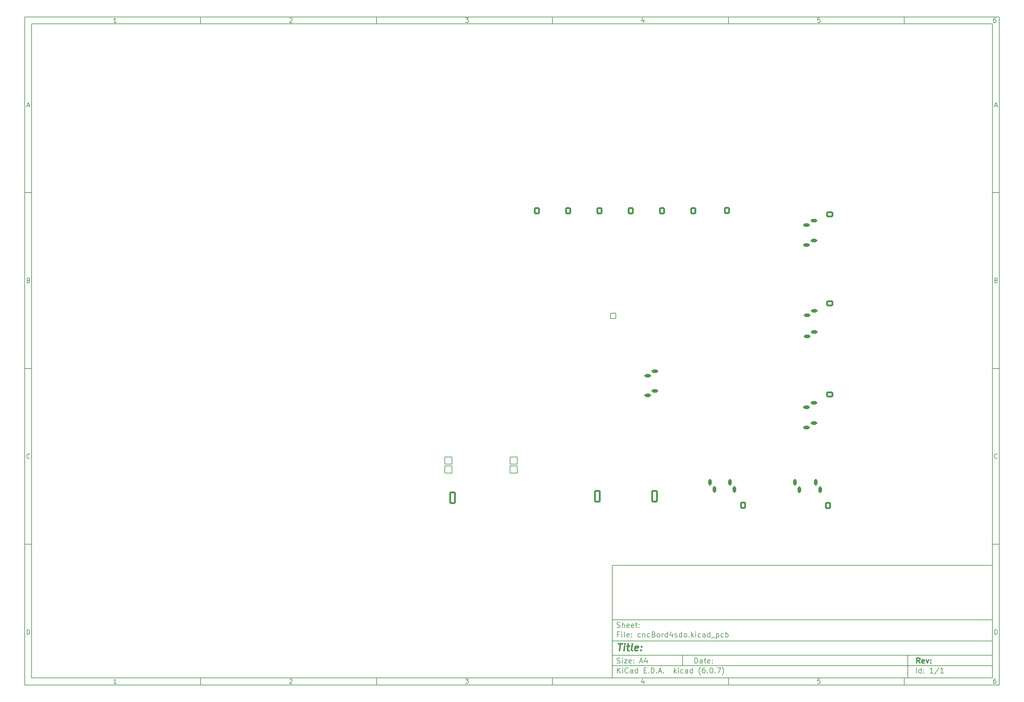
<source format=gbo>
G04 #@! TF.GenerationSoftware,KiCad,Pcbnew,(6.0.7)*
G04 #@! TF.CreationDate,2022-11-13T23:24:52+01:00*
G04 #@! TF.ProjectId,cncBord4sdo,636e6342-6f72-4643-9473-646f2e6b6963,rev?*
G04 #@! TF.SameCoordinates,Original*
G04 #@! TF.FileFunction,Legend,Bot*
G04 #@! TF.FilePolarity,Positive*
%FSLAX46Y46*%
G04 Gerber Fmt 4.6, Leading zero omitted, Abs format (unit mm)*
G04 Created by KiCad (PCBNEW (6.0.7)) date 2022-11-13 23:24:52*
%MOMM*%
%LPD*%
G01*
G04 APERTURE LIST*
G04 Aperture macros list*
%AMRoundRect*
0 Rectangle with rounded corners*
0 $1 Rounding radius*
0 $2 $3 $4 $5 $6 $7 $8 $9 X,Y pos of 4 corners*
0 Add a 4 corners polygon primitive as box body*
4,1,4,$2,$3,$4,$5,$6,$7,$8,$9,$2,$3,0*
0 Add four circle primitives for the rounded corners*
1,1,$1+$1,$2,$3*
1,1,$1+$1,$4,$5*
1,1,$1+$1,$6,$7*
1,1,$1+$1,$8,$9*
0 Add four rect primitives between the rounded corners*
20,1,$1+$1,$2,$3,$4,$5,0*
20,1,$1+$1,$4,$5,$6,$7,0*
20,1,$1+$1,$6,$7,$8,$9,0*
20,1,$1+$1,$8,$9,$2,$3,0*%
G04 Aperture macros list end*
%ADD10C,0.100000*%
%ADD11C,0.150000*%
%ADD12C,0.300000*%
%ADD13C,0.400000*%
%ADD14RoundRect,0.101600X-1.000000X-1.000000X1.000000X-1.000000X1.000000X1.000000X-1.000000X1.000000X0*%
%ADD15C,2.203200*%
%ADD16R,1.600000X1.600000*%
%ADD17C,1.600000*%
%ADD18R,1.800000X1.800000*%
%ADD19O,1.800000X1.800000*%
%ADD20RoundRect,0.250000X0.600000X0.725000X-0.600000X0.725000X-0.600000X-0.725000X0.600000X-0.725000X0*%
%ADD21O,1.700000X1.950000*%
%ADD22RoundRect,0.250000X-0.725000X0.600000X-0.725000X-0.600000X0.725000X-0.600000X0.725000X0.600000X0*%
%ADD23O,1.950000X1.700000*%
%ADD24R,1.700000X1.700000*%
%ADD25O,1.700000X1.700000*%
%ADD26RoundRect,0.250000X-0.650000X-1.550000X0.650000X-1.550000X0.650000X1.550000X-0.650000X1.550000X0*%
%ADD27O,1.800000X3.600000*%
%ADD28C,2.303200*%
%ADD29RoundRect,0.250000X0.650000X1.550000X-0.650000X1.550000X-0.650000X-1.550000X0.650000X-1.550000X0*%
%ADD30RoundRect,0.101600X-0.780000X0.780000X-0.780000X-0.780000X0.780000X-0.780000X0.780000X0.780000X0*%
%ADD31C,1.763200*%
%ADD32R,1.800000X1.100000*%
%ADD33RoundRect,0.275000X0.625000X-0.275000X0.625000X0.275000X-0.625000X0.275000X-0.625000X-0.275000X0*%
%ADD34O,1.600000X1.600000*%
%ADD35R,1.100000X1.800000*%
%ADD36RoundRect,0.275000X-0.275000X-0.625000X0.275000X-0.625000X0.275000X0.625000X-0.275000X0.625000X0*%
%ADD37R,1.170000X1.170000*%
%ADD38C,1.170000*%
%ADD39RoundRect,0.250000X-0.600000X-0.750000X0.600000X-0.750000X0.600000X0.750000X-0.600000X0.750000X0*%
%ADD40O,1.700000X2.000000*%
%ADD41RoundRect,0.250000X-0.600000X-0.725000X0.600000X-0.725000X0.600000X0.725000X-0.600000X0.725000X0*%
G04 APERTURE END LIST*
D10*
D11*
X177002200Y-166007200D02*
X177002200Y-198007200D01*
X285002200Y-198007200D01*
X285002200Y-166007200D01*
X177002200Y-166007200D01*
D10*
D11*
X10000000Y-10000000D02*
X10000000Y-200007200D01*
X287002200Y-200007200D01*
X287002200Y-10000000D01*
X10000000Y-10000000D01*
D10*
D11*
X12000000Y-12000000D02*
X12000000Y-198007200D01*
X285002200Y-198007200D01*
X285002200Y-12000000D01*
X12000000Y-12000000D01*
D10*
D11*
X60000000Y-12000000D02*
X60000000Y-10000000D01*
D10*
D11*
X110000000Y-12000000D02*
X110000000Y-10000000D01*
D10*
D11*
X160000000Y-12000000D02*
X160000000Y-10000000D01*
D10*
D11*
X210000000Y-12000000D02*
X210000000Y-10000000D01*
D10*
D11*
X260000000Y-12000000D02*
X260000000Y-10000000D01*
D10*
D11*
X36065476Y-11588095D02*
X35322619Y-11588095D01*
X35694047Y-11588095D02*
X35694047Y-10288095D01*
X35570238Y-10473809D01*
X35446428Y-10597619D01*
X35322619Y-10659523D01*
D10*
D11*
X85322619Y-10411904D02*
X85384523Y-10350000D01*
X85508333Y-10288095D01*
X85817857Y-10288095D01*
X85941666Y-10350000D01*
X86003571Y-10411904D01*
X86065476Y-10535714D01*
X86065476Y-10659523D01*
X86003571Y-10845238D01*
X85260714Y-11588095D01*
X86065476Y-11588095D01*
D10*
D11*
X135260714Y-10288095D02*
X136065476Y-10288095D01*
X135632142Y-10783333D01*
X135817857Y-10783333D01*
X135941666Y-10845238D01*
X136003571Y-10907142D01*
X136065476Y-11030952D01*
X136065476Y-11340476D01*
X136003571Y-11464285D01*
X135941666Y-11526190D01*
X135817857Y-11588095D01*
X135446428Y-11588095D01*
X135322619Y-11526190D01*
X135260714Y-11464285D01*
D10*
D11*
X185941666Y-10721428D02*
X185941666Y-11588095D01*
X185632142Y-10226190D02*
X185322619Y-11154761D01*
X186127380Y-11154761D01*
D10*
D11*
X236003571Y-10288095D02*
X235384523Y-10288095D01*
X235322619Y-10907142D01*
X235384523Y-10845238D01*
X235508333Y-10783333D01*
X235817857Y-10783333D01*
X235941666Y-10845238D01*
X236003571Y-10907142D01*
X236065476Y-11030952D01*
X236065476Y-11340476D01*
X236003571Y-11464285D01*
X235941666Y-11526190D01*
X235817857Y-11588095D01*
X235508333Y-11588095D01*
X235384523Y-11526190D01*
X235322619Y-11464285D01*
D10*
D11*
X285941666Y-10288095D02*
X285694047Y-10288095D01*
X285570238Y-10350000D01*
X285508333Y-10411904D01*
X285384523Y-10597619D01*
X285322619Y-10845238D01*
X285322619Y-11340476D01*
X285384523Y-11464285D01*
X285446428Y-11526190D01*
X285570238Y-11588095D01*
X285817857Y-11588095D01*
X285941666Y-11526190D01*
X286003571Y-11464285D01*
X286065476Y-11340476D01*
X286065476Y-11030952D01*
X286003571Y-10907142D01*
X285941666Y-10845238D01*
X285817857Y-10783333D01*
X285570238Y-10783333D01*
X285446428Y-10845238D01*
X285384523Y-10907142D01*
X285322619Y-11030952D01*
D10*
D11*
X60000000Y-198007200D02*
X60000000Y-200007200D01*
D10*
D11*
X110000000Y-198007200D02*
X110000000Y-200007200D01*
D10*
D11*
X160000000Y-198007200D02*
X160000000Y-200007200D01*
D10*
D11*
X210000000Y-198007200D02*
X210000000Y-200007200D01*
D10*
D11*
X260000000Y-198007200D02*
X260000000Y-200007200D01*
D10*
D11*
X36065476Y-199595295D02*
X35322619Y-199595295D01*
X35694047Y-199595295D02*
X35694047Y-198295295D01*
X35570238Y-198481009D01*
X35446428Y-198604819D01*
X35322619Y-198666723D01*
D10*
D11*
X85322619Y-198419104D02*
X85384523Y-198357200D01*
X85508333Y-198295295D01*
X85817857Y-198295295D01*
X85941666Y-198357200D01*
X86003571Y-198419104D01*
X86065476Y-198542914D01*
X86065476Y-198666723D01*
X86003571Y-198852438D01*
X85260714Y-199595295D01*
X86065476Y-199595295D01*
D10*
D11*
X135260714Y-198295295D02*
X136065476Y-198295295D01*
X135632142Y-198790533D01*
X135817857Y-198790533D01*
X135941666Y-198852438D01*
X136003571Y-198914342D01*
X136065476Y-199038152D01*
X136065476Y-199347676D01*
X136003571Y-199471485D01*
X135941666Y-199533390D01*
X135817857Y-199595295D01*
X135446428Y-199595295D01*
X135322619Y-199533390D01*
X135260714Y-199471485D01*
D10*
D11*
X185941666Y-198728628D02*
X185941666Y-199595295D01*
X185632142Y-198233390D02*
X185322619Y-199161961D01*
X186127380Y-199161961D01*
D10*
D11*
X236003571Y-198295295D02*
X235384523Y-198295295D01*
X235322619Y-198914342D01*
X235384523Y-198852438D01*
X235508333Y-198790533D01*
X235817857Y-198790533D01*
X235941666Y-198852438D01*
X236003571Y-198914342D01*
X236065476Y-199038152D01*
X236065476Y-199347676D01*
X236003571Y-199471485D01*
X235941666Y-199533390D01*
X235817857Y-199595295D01*
X235508333Y-199595295D01*
X235384523Y-199533390D01*
X235322619Y-199471485D01*
D10*
D11*
X285941666Y-198295295D02*
X285694047Y-198295295D01*
X285570238Y-198357200D01*
X285508333Y-198419104D01*
X285384523Y-198604819D01*
X285322619Y-198852438D01*
X285322619Y-199347676D01*
X285384523Y-199471485D01*
X285446428Y-199533390D01*
X285570238Y-199595295D01*
X285817857Y-199595295D01*
X285941666Y-199533390D01*
X286003571Y-199471485D01*
X286065476Y-199347676D01*
X286065476Y-199038152D01*
X286003571Y-198914342D01*
X285941666Y-198852438D01*
X285817857Y-198790533D01*
X285570238Y-198790533D01*
X285446428Y-198852438D01*
X285384523Y-198914342D01*
X285322619Y-199038152D01*
D10*
D11*
X10000000Y-60000000D02*
X12000000Y-60000000D01*
D10*
D11*
X10000000Y-110000000D02*
X12000000Y-110000000D01*
D10*
D11*
X10000000Y-160000000D02*
X12000000Y-160000000D01*
D10*
D11*
X10690476Y-35216666D02*
X11309523Y-35216666D01*
X10566666Y-35588095D02*
X11000000Y-34288095D01*
X11433333Y-35588095D01*
D10*
D11*
X11092857Y-84907142D02*
X11278571Y-84969047D01*
X11340476Y-85030952D01*
X11402380Y-85154761D01*
X11402380Y-85340476D01*
X11340476Y-85464285D01*
X11278571Y-85526190D01*
X11154761Y-85588095D01*
X10659523Y-85588095D01*
X10659523Y-84288095D01*
X11092857Y-84288095D01*
X11216666Y-84350000D01*
X11278571Y-84411904D01*
X11340476Y-84535714D01*
X11340476Y-84659523D01*
X11278571Y-84783333D01*
X11216666Y-84845238D01*
X11092857Y-84907142D01*
X10659523Y-84907142D01*
D10*
D11*
X11402380Y-135464285D02*
X11340476Y-135526190D01*
X11154761Y-135588095D01*
X11030952Y-135588095D01*
X10845238Y-135526190D01*
X10721428Y-135402380D01*
X10659523Y-135278571D01*
X10597619Y-135030952D01*
X10597619Y-134845238D01*
X10659523Y-134597619D01*
X10721428Y-134473809D01*
X10845238Y-134350000D01*
X11030952Y-134288095D01*
X11154761Y-134288095D01*
X11340476Y-134350000D01*
X11402380Y-134411904D01*
D10*
D11*
X10659523Y-185588095D02*
X10659523Y-184288095D01*
X10969047Y-184288095D01*
X11154761Y-184350000D01*
X11278571Y-184473809D01*
X11340476Y-184597619D01*
X11402380Y-184845238D01*
X11402380Y-185030952D01*
X11340476Y-185278571D01*
X11278571Y-185402380D01*
X11154761Y-185526190D01*
X10969047Y-185588095D01*
X10659523Y-185588095D01*
D10*
D11*
X287002200Y-60000000D02*
X285002200Y-60000000D01*
D10*
D11*
X287002200Y-110000000D02*
X285002200Y-110000000D01*
D10*
D11*
X287002200Y-160000000D02*
X285002200Y-160000000D01*
D10*
D11*
X285692676Y-35216666D02*
X286311723Y-35216666D01*
X285568866Y-35588095D02*
X286002200Y-34288095D01*
X286435533Y-35588095D01*
D10*
D11*
X286095057Y-84907142D02*
X286280771Y-84969047D01*
X286342676Y-85030952D01*
X286404580Y-85154761D01*
X286404580Y-85340476D01*
X286342676Y-85464285D01*
X286280771Y-85526190D01*
X286156961Y-85588095D01*
X285661723Y-85588095D01*
X285661723Y-84288095D01*
X286095057Y-84288095D01*
X286218866Y-84350000D01*
X286280771Y-84411904D01*
X286342676Y-84535714D01*
X286342676Y-84659523D01*
X286280771Y-84783333D01*
X286218866Y-84845238D01*
X286095057Y-84907142D01*
X285661723Y-84907142D01*
D10*
D11*
X286404580Y-135464285D02*
X286342676Y-135526190D01*
X286156961Y-135588095D01*
X286033152Y-135588095D01*
X285847438Y-135526190D01*
X285723628Y-135402380D01*
X285661723Y-135278571D01*
X285599819Y-135030952D01*
X285599819Y-134845238D01*
X285661723Y-134597619D01*
X285723628Y-134473809D01*
X285847438Y-134350000D01*
X286033152Y-134288095D01*
X286156961Y-134288095D01*
X286342676Y-134350000D01*
X286404580Y-134411904D01*
D10*
D11*
X285661723Y-185588095D02*
X285661723Y-184288095D01*
X285971247Y-184288095D01*
X286156961Y-184350000D01*
X286280771Y-184473809D01*
X286342676Y-184597619D01*
X286404580Y-184845238D01*
X286404580Y-185030952D01*
X286342676Y-185278571D01*
X286280771Y-185402380D01*
X286156961Y-185526190D01*
X285971247Y-185588095D01*
X285661723Y-185588095D01*
D10*
D11*
X200434342Y-193785771D02*
X200434342Y-192285771D01*
X200791485Y-192285771D01*
X201005771Y-192357200D01*
X201148628Y-192500057D01*
X201220057Y-192642914D01*
X201291485Y-192928628D01*
X201291485Y-193142914D01*
X201220057Y-193428628D01*
X201148628Y-193571485D01*
X201005771Y-193714342D01*
X200791485Y-193785771D01*
X200434342Y-193785771D01*
X202577200Y-193785771D02*
X202577200Y-193000057D01*
X202505771Y-192857200D01*
X202362914Y-192785771D01*
X202077200Y-192785771D01*
X201934342Y-192857200D01*
X202577200Y-193714342D02*
X202434342Y-193785771D01*
X202077200Y-193785771D01*
X201934342Y-193714342D01*
X201862914Y-193571485D01*
X201862914Y-193428628D01*
X201934342Y-193285771D01*
X202077200Y-193214342D01*
X202434342Y-193214342D01*
X202577200Y-193142914D01*
X203077200Y-192785771D02*
X203648628Y-192785771D01*
X203291485Y-192285771D02*
X203291485Y-193571485D01*
X203362914Y-193714342D01*
X203505771Y-193785771D01*
X203648628Y-193785771D01*
X204720057Y-193714342D02*
X204577200Y-193785771D01*
X204291485Y-193785771D01*
X204148628Y-193714342D01*
X204077200Y-193571485D01*
X204077200Y-193000057D01*
X204148628Y-192857200D01*
X204291485Y-192785771D01*
X204577200Y-192785771D01*
X204720057Y-192857200D01*
X204791485Y-193000057D01*
X204791485Y-193142914D01*
X204077200Y-193285771D01*
X205434342Y-193642914D02*
X205505771Y-193714342D01*
X205434342Y-193785771D01*
X205362914Y-193714342D01*
X205434342Y-193642914D01*
X205434342Y-193785771D01*
X205434342Y-192857200D02*
X205505771Y-192928628D01*
X205434342Y-193000057D01*
X205362914Y-192928628D01*
X205434342Y-192857200D01*
X205434342Y-193000057D01*
D10*
D11*
X177002200Y-194507200D02*
X285002200Y-194507200D01*
D10*
D11*
X178434342Y-196585771D02*
X178434342Y-195085771D01*
X179291485Y-196585771D02*
X178648628Y-195728628D01*
X179291485Y-195085771D02*
X178434342Y-195942914D01*
X179934342Y-196585771D02*
X179934342Y-195585771D01*
X179934342Y-195085771D02*
X179862914Y-195157200D01*
X179934342Y-195228628D01*
X180005771Y-195157200D01*
X179934342Y-195085771D01*
X179934342Y-195228628D01*
X181505771Y-196442914D02*
X181434342Y-196514342D01*
X181220057Y-196585771D01*
X181077200Y-196585771D01*
X180862914Y-196514342D01*
X180720057Y-196371485D01*
X180648628Y-196228628D01*
X180577200Y-195942914D01*
X180577200Y-195728628D01*
X180648628Y-195442914D01*
X180720057Y-195300057D01*
X180862914Y-195157200D01*
X181077200Y-195085771D01*
X181220057Y-195085771D01*
X181434342Y-195157200D01*
X181505771Y-195228628D01*
X182791485Y-196585771D02*
X182791485Y-195800057D01*
X182720057Y-195657200D01*
X182577200Y-195585771D01*
X182291485Y-195585771D01*
X182148628Y-195657200D01*
X182791485Y-196514342D02*
X182648628Y-196585771D01*
X182291485Y-196585771D01*
X182148628Y-196514342D01*
X182077200Y-196371485D01*
X182077200Y-196228628D01*
X182148628Y-196085771D01*
X182291485Y-196014342D01*
X182648628Y-196014342D01*
X182791485Y-195942914D01*
X184148628Y-196585771D02*
X184148628Y-195085771D01*
X184148628Y-196514342D02*
X184005771Y-196585771D01*
X183720057Y-196585771D01*
X183577200Y-196514342D01*
X183505771Y-196442914D01*
X183434342Y-196300057D01*
X183434342Y-195871485D01*
X183505771Y-195728628D01*
X183577200Y-195657200D01*
X183720057Y-195585771D01*
X184005771Y-195585771D01*
X184148628Y-195657200D01*
X186005771Y-195800057D02*
X186505771Y-195800057D01*
X186720057Y-196585771D02*
X186005771Y-196585771D01*
X186005771Y-195085771D01*
X186720057Y-195085771D01*
X187362914Y-196442914D02*
X187434342Y-196514342D01*
X187362914Y-196585771D01*
X187291485Y-196514342D01*
X187362914Y-196442914D01*
X187362914Y-196585771D01*
X188077200Y-196585771D02*
X188077200Y-195085771D01*
X188434342Y-195085771D01*
X188648628Y-195157200D01*
X188791485Y-195300057D01*
X188862914Y-195442914D01*
X188934342Y-195728628D01*
X188934342Y-195942914D01*
X188862914Y-196228628D01*
X188791485Y-196371485D01*
X188648628Y-196514342D01*
X188434342Y-196585771D01*
X188077200Y-196585771D01*
X189577200Y-196442914D02*
X189648628Y-196514342D01*
X189577200Y-196585771D01*
X189505771Y-196514342D01*
X189577200Y-196442914D01*
X189577200Y-196585771D01*
X190220057Y-196157200D02*
X190934342Y-196157200D01*
X190077200Y-196585771D02*
X190577200Y-195085771D01*
X191077200Y-196585771D01*
X191577200Y-196442914D02*
X191648628Y-196514342D01*
X191577200Y-196585771D01*
X191505771Y-196514342D01*
X191577200Y-196442914D01*
X191577200Y-196585771D01*
X194577200Y-196585771D02*
X194577200Y-195085771D01*
X194720057Y-196014342D02*
X195148628Y-196585771D01*
X195148628Y-195585771D02*
X194577200Y-196157200D01*
X195791485Y-196585771D02*
X195791485Y-195585771D01*
X195791485Y-195085771D02*
X195720057Y-195157200D01*
X195791485Y-195228628D01*
X195862914Y-195157200D01*
X195791485Y-195085771D01*
X195791485Y-195228628D01*
X197148628Y-196514342D02*
X197005771Y-196585771D01*
X196720057Y-196585771D01*
X196577200Y-196514342D01*
X196505771Y-196442914D01*
X196434342Y-196300057D01*
X196434342Y-195871485D01*
X196505771Y-195728628D01*
X196577200Y-195657200D01*
X196720057Y-195585771D01*
X197005771Y-195585771D01*
X197148628Y-195657200D01*
X198434342Y-196585771D02*
X198434342Y-195800057D01*
X198362914Y-195657200D01*
X198220057Y-195585771D01*
X197934342Y-195585771D01*
X197791485Y-195657200D01*
X198434342Y-196514342D02*
X198291485Y-196585771D01*
X197934342Y-196585771D01*
X197791485Y-196514342D01*
X197720057Y-196371485D01*
X197720057Y-196228628D01*
X197791485Y-196085771D01*
X197934342Y-196014342D01*
X198291485Y-196014342D01*
X198434342Y-195942914D01*
X199791485Y-196585771D02*
X199791485Y-195085771D01*
X199791485Y-196514342D02*
X199648628Y-196585771D01*
X199362914Y-196585771D01*
X199220057Y-196514342D01*
X199148628Y-196442914D01*
X199077200Y-196300057D01*
X199077200Y-195871485D01*
X199148628Y-195728628D01*
X199220057Y-195657200D01*
X199362914Y-195585771D01*
X199648628Y-195585771D01*
X199791485Y-195657200D01*
X202077200Y-197157200D02*
X202005771Y-197085771D01*
X201862914Y-196871485D01*
X201791485Y-196728628D01*
X201720057Y-196514342D01*
X201648628Y-196157200D01*
X201648628Y-195871485D01*
X201720057Y-195514342D01*
X201791485Y-195300057D01*
X201862914Y-195157200D01*
X202005771Y-194942914D01*
X202077200Y-194871485D01*
X203291485Y-195085771D02*
X203005771Y-195085771D01*
X202862914Y-195157200D01*
X202791485Y-195228628D01*
X202648628Y-195442914D01*
X202577200Y-195728628D01*
X202577200Y-196300057D01*
X202648628Y-196442914D01*
X202720057Y-196514342D01*
X202862914Y-196585771D01*
X203148628Y-196585771D01*
X203291485Y-196514342D01*
X203362914Y-196442914D01*
X203434342Y-196300057D01*
X203434342Y-195942914D01*
X203362914Y-195800057D01*
X203291485Y-195728628D01*
X203148628Y-195657200D01*
X202862914Y-195657200D01*
X202720057Y-195728628D01*
X202648628Y-195800057D01*
X202577200Y-195942914D01*
X204077200Y-196442914D02*
X204148628Y-196514342D01*
X204077200Y-196585771D01*
X204005771Y-196514342D01*
X204077200Y-196442914D01*
X204077200Y-196585771D01*
X205077200Y-195085771D02*
X205220057Y-195085771D01*
X205362914Y-195157200D01*
X205434342Y-195228628D01*
X205505771Y-195371485D01*
X205577200Y-195657200D01*
X205577200Y-196014342D01*
X205505771Y-196300057D01*
X205434342Y-196442914D01*
X205362914Y-196514342D01*
X205220057Y-196585771D01*
X205077200Y-196585771D01*
X204934342Y-196514342D01*
X204862914Y-196442914D01*
X204791485Y-196300057D01*
X204720057Y-196014342D01*
X204720057Y-195657200D01*
X204791485Y-195371485D01*
X204862914Y-195228628D01*
X204934342Y-195157200D01*
X205077200Y-195085771D01*
X206220057Y-196442914D02*
X206291485Y-196514342D01*
X206220057Y-196585771D01*
X206148628Y-196514342D01*
X206220057Y-196442914D01*
X206220057Y-196585771D01*
X206791485Y-195085771D02*
X207791485Y-195085771D01*
X207148628Y-196585771D01*
X208220057Y-197157200D02*
X208291485Y-197085771D01*
X208434342Y-196871485D01*
X208505771Y-196728628D01*
X208577200Y-196514342D01*
X208648628Y-196157200D01*
X208648628Y-195871485D01*
X208577200Y-195514342D01*
X208505771Y-195300057D01*
X208434342Y-195157200D01*
X208291485Y-194942914D01*
X208220057Y-194871485D01*
D10*
D11*
X177002200Y-191507200D02*
X285002200Y-191507200D01*
D10*
D12*
X264411485Y-193785771D02*
X263911485Y-193071485D01*
X263554342Y-193785771D02*
X263554342Y-192285771D01*
X264125771Y-192285771D01*
X264268628Y-192357200D01*
X264340057Y-192428628D01*
X264411485Y-192571485D01*
X264411485Y-192785771D01*
X264340057Y-192928628D01*
X264268628Y-193000057D01*
X264125771Y-193071485D01*
X263554342Y-193071485D01*
X265625771Y-193714342D02*
X265482914Y-193785771D01*
X265197200Y-193785771D01*
X265054342Y-193714342D01*
X264982914Y-193571485D01*
X264982914Y-193000057D01*
X265054342Y-192857200D01*
X265197200Y-192785771D01*
X265482914Y-192785771D01*
X265625771Y-192857200D01*
X265697200Y-193000057D01*
X265697200Y-193142914D01*
X264982914Y-193285771D01*
X266197200Y-192785771D02*
X266554342Y-193785771D01*
X266911485Y-192785771D01*
X267482914Y-193642914D02*
X267554342Y-193714342D01*
X267482914Y-193785771D01*
X267411485Y-193714342D01*
X267482914Y-193642914D01*
X267482914Y-193785771D01*
X267482914Y-192857200D02*
X267554342Y-192928628D01*
X267482914Y-193000057D01*
X267411485Y-192928628D01*
X267482914Y-192857200D01*
X267482914Y-193000057D01*
D10*
D11*
X178362914Y-193714342D02*
X178577200Y-193785771D01*
X178934342Y-193785771D01*
X179077200Y-193714342D01*
X179148628Y-193642914D01*
X179220057Y-193500057D01*
X179220057Y-193357200D01*
X179148628Y-193214342D01*
X179077200Y-193142914D01*
X178934342Y-193071485D01*
X178648628Y-193000057D01*
X178505771Y-192928628D01*
X178434342Y-192857200D01*
X178362914Y-192714342D01*
X178362914Y-192571485D01*
X178434342Y-192428628D01*
X178505771Y-192357200D01*
X178648628Y-192285771D01*
X179005771Y-192285771D01*
X179220057Y-192357200D01*
X179862914Y-193785771D02*
X179862914Y-192785771D01*
X179862914Y-192285771D02*
X179791485Y-192357200D01*
X179862914Y-192428628D01*
X179934342Y-192357200D01*
X179862914Y-192285771D01*
X179862914Y-192428628D01*
X180434342Y-192785771D02*
X181220057Y-192785771D01*
X180434342Y-193785771D01*
X181220057Y-193785771D01*
X182362914Y-193714342D02*
X182220057Y-193785771D01*
X181934342Y-193785771D01*
X181791485Y-193714342D01*
X181720057Y-193571485D01*
X181720057Y-193000057D01*
X181791485Y-192857200D01*
X181934342Y-192785771D01*
X182220057Y-192785771D01*
X182362914Y-192857200D01*
X182434342Y-193000057D01*
X182434342Y-193142914D01*
X181720057Y-193285771D01*
X183077200Y-193642914D02*
X183148628Y-193714342D01*
X183077200Y-193785771D01*
X183005771Y-193714342D01*
X183077200Y-193642914D01*
X183077200Y-193785771D01*
X183077200Y-192857200D02*
X183148628Y-192928628D01*
X183077200Y-193000057D01*
X183005771Y-192928628D01*
X183077200Y-192857200D01*
X183077200Y-193000057D01*
X184862914Y-193357200D02*
X185577200Y-193357200D01*
X184720057Y-193785771D02*
X185220057Y-192285771D01*
X185720057Y-193785771D01*
X186862914Y-192785771D02*
X186862914Y-193785771D01*
X186505771Y-192214342D02*
X186148628Y-193285771D01*
X187077200Y-193285771D01*
D10*
D11*
X263434342Y-196585771D02*
X263434342Y-195085771D01*
X264791485Y-196585771D02*
X264791485Y-195085771D01*
X264791485Y-196514342D02*
X264648628Y-196585771D01*
X264362914Y-196585771D01*
X264220057Y-196514342D01*
X264148628Y-196442914D01*
X264077200Y-196300057D01*
X264077200Y-195871485D01*
X264148628Y-195728628D01*
X264220057Y-195657200D01*
X264362914Y-195585771D01*
X264648628Y-195585771D01*
X264791485Y-195657200D01*
X265505771Y-196442914D02*
X265577200Y-196514342D01*
X265505771Y-196585771D01*
X265434342Y-196514342D01*
X265505771Y-196442914D01*
X265505771Y-196585771D01*
X265505771Y-195657200D02*
X265577200Y-195728628D01*
X265505771Y-195800057D01*
X265434342Y-195728628D01*
X265505771Y-195657200D01*
X265505771Y-195800057D01*
X268148628Y-196585771D02*
X267291485Y-196585771D01*
X267720057Y-196585771D02*
X267720057Y-195085771D01*
X267577200Y-195300057D01*
X267434342Y-195442914D01*
X267291485Y-195514342D01*
X269862914Y-195014342D02*
X268577200Y-196942914D01*
X271148628Y-196585771D02*
X270291485Y-196585771D01*
X270720057Y-196585771D02*
X270720057Y-195085771D01*
X270577200Y-195300057D01*
X270434342Y-195442914D01*
X270291485Y-195514342D01*
D10*
D11*
X177002200Y-187507200D02*
X285002200Y-187507200D01*
D10*
D13*
X178714580Y-188211961D02*
X179857438Y-188211961D01*
X179036009Y-190211961D02*
X179286009Y-188211961D01*
X180274104Y-190211961D02*
X180440771Y-188878628D01*
X180524104Y-188211961D02*
X180416961Y-188307200D01*
X180500295Y-188402438D01*
X180607438Y-188307200D01*
X180524104Y-188211961D01*
X180500295Y-188402438D01*
X181107438Y-188878628D02*
X181869342Y-188878628D01*
X181476485Y-188211961D02*
X181262200Y-189926247D01*
X181333628Y-190116723D01*
X181512200Y-190211961D01*
X181702676Y-190211961D01*
X182655057Y-190211961D02*
X182476485Y-190116723D01*
X182405057Y-189926247D01*
X182619342Y-188211961D01*
X184190771Y-190116723D02*
X183988390Y-190211961D01*
X183607438Y-190211961D01*
X183428866Y-190116723D01*
X183357438Y-189926247D01*
X183452676Y-189164342D01*
X183571723Y-188973866D01*
X183774104Y-188878628D01*
X184155057Y-188878628D01*
X184333628Y-188973866D01*
X184405057Y-189164342D01*
X184381247Y-189354819D01*
X183405057Y-189545295D01*
X185155057Y-190021485D02*
X185238390Y-190116723D01*
X185131247Y-190211961D01*
X185047914Y-190116723D01*
X185155057Y-190021485D01*
X185131247Y-190211961D01*
X185286009Y-188973866D02*
X185369342Y-189069104D01*
X185262200Y-189164342D01*
X185178866Y-189069104D01*
X185286009Y-188973866D01*
X185262200Y-189164342D01*
D10*
D11*
X178934342Y-185600057D02*
X178434342Y-185600057D01*
X178434342Y-186385771D02*
X178434342Y-184885771D01*
X179148628Y-184885771D01*
X179720057Y-186385771D02*
X179720057Y-185385771D01*
X179720057Y-184885771D02*
X179648628Y-184957200D01*
X179720057Y-185028628D01*
X179791485Y-184957200D01*
X179720057Y-184885771D01*
X179720057Y-185028628D01*
X180648628Y-186385771D02*
X180505771Y-186314342D01*
X180434342Y-186171485D01*
X180434342Y-184885771D01*
X181791485Y-186314342D02*
X181648628Y-186385771D01*
X181362914Y-186385771D01*
X181220057Y-186314342D01*
X181148628Y-186171485D01*
X181148628Y-185600057D01*
X181220057Y-185457200D01*
X181362914Y-185385771D01*
X181648628Y-185385771D01*
X181791485Y-185457200D01*
X181862914Y-185600057D01*
X181862914Y-185742914D01*
X181148628Y-185885771D01*
X182505771Y-186242914D02*
X182577200Y-186314342D01*
X182505771Y-186385771D01*
X182434342Y-186314342D01*
X182505771Y-186242914D01*
X182505771Y-186385771D01*
X182505771Y-185457200D02*
X182577200Y-185528628D01*
X182505771Y-185600057D01*
X182434342Y-185528628D01*
X182505771Y-185457200D01*
X182505771Y-185600057D01*
X185005771Y-186314342D02*
X184862914Y-186385771D01*
X184577200Y-186385771D01*
X184434342Y-186314342D01*
X184362914Y-186242914D01*
X184291485Y-186100057D01*
X184291485Y-185671485D01*
X184362914Y-185528628D01*
X184434342Y-185457200D01*
X184577200Y-185385771D01*
X184862914Y-185385771D01*
X185005771Y-185457200D01*
X185648628Y-185385771D02*
X185648628Y-186385771D01*
X185648628Y-185528628D02*
X185720057Y-185457200D01*
X185862914Y-185385771D01*
X186077200Y-185385771D01*
X186220057Y-185457200D01*
X186291485Y-185600057D01*
X186291485Y-186385771D01*
X187648628Y-186314342D02*
X187505771Y-186385771D01*
X187220057Y-186385771D01*
X187077200Y-186314342D01*
X187005771Y-186242914D01*
X186934342Y-186100057D01*
X186934342Y-185671485D01*
X187005771Y-185528628D01*
X187077200Y-185457200D01*
X187220057Y-185385771D01*
X187505771Y-185385771D01*
X187648628Y-185457200D01*
X188791485Y-185600057D02*
X189005771Y-185671485D01*
X189077200Y-185742914D01*
X189148628Y-185885771D01*
X189148628Y-186100057D01*
X189077200Y-186242914D01*
X189005771Y-186314342D01*
X188862914Y-186385771D01*
X188291485Y-186385771D01*
X188291485Y-184885771D01*
X188791485Y-184885771D01*
X188934342Y-184957200D01*
X189005771Y-185028628D01*
X189077200Y-185171485D01*
X189077200Y-185314342D01*
X189005771Y-185457200D01*
X188934342Y-185528628D01*
X188791485Y-185600057D01*
X188291485Y-185600057D01*
X190005771Y-186385771D02*
X189862914Y-186314342D01*
X189791485Y-186242914D01*
X189720057Y-186100057D01*
X189720057Y-185671485D01*
X189791485Y-185528628D01*
X189862914Y-185457200D01*
X190005771Y-185385771D01*
X190220057Y-185385771D01*
X190362914Y-185457200D01*
X190434342Y-185528628D01*
X190505771Y-185671485D01*
X190505771Y-186100057D01*
X190434342Y-186242914D01*
X190362914Y-186314342D01*
X190220057Y-186385771D01*
X190005771Y-186385771D01*
X191148628Y-186385771D02*
X191148628Y-185385771D01*
X191148628Y-185671485D02*
X191220057Y-185528628D01*
X191291485Y-185457200D01*
X191434342Y-185385771D01*
X191577200Y-185385771D01*
X192720057Y-186385771D02*
X192720057Y-184885771D01*
X192720057Y-186314342D02*
X192577200Y-186385771D01*
X192291485Y-186385771D01*
X192148628Y-186314342D01*
X192077200Y-186242914D01*
X192005771Y-186100057D01*
X192005771Y-185671485D01*
X192077200Y-185528628D01*
X192148628Y-185457200D01*
X192291485Y-185385771D01*
X192577200Y-185385771D01*
X192720057Y-185457200D01*
X194077200Y-185385771D02*
X194077200Y-186385771D01*
X193720057Y-184814342D02*
X193362914Y-185885771D01*
X194291485Y-185885771D01*
X194791485Y-186314342D02*
X194934342Y-186385771D01*
X195220057Y-186385771D01*
X195362914Y-186314342D01*
X195434342Y-186171485D01*
X195434342Y-186100057D01*
X195362914Y-185957200D01*
X195220057Y-185885771D01*
X195005771Y-185885771D01*
X194862914Y-185814342D01*
X194791485Y-185671485D01*
X194791485Y-185600057D01*
X194862914Y-185457200D01*
X195005771Y-185385771D01*
X195220057Y-185385771D01*
X195362914Y-185457200D01*
X196720057Y-186385771D02*
X196720057Y-184885771D01*
X196720057Y-186314342D02*
X196577200Y-186385771D01*
X196291485Y-186385771D01*
X196148628Y-186314342D01*
X196077200Y-186242914D01*
X196005771Y-186100057D01*
X196005771Y-185671485D01*
X196077200Y-185528628D01*
X196148628Y-185457200D01*
X196291485Y-185385771D01*
X196577200Y-185385771D01*
X196720057Y-185457200D01*
X197648628Y-186385771D02*
X197505771Y-186314342D01*
X197434342Y-186242914D01*
X197362914Y-186100057D01*
X197362914Y-185671485D01*
X197434342Y-185528628D01*
X197505771Y-185457200D01*
X197648628Y-185385771D01*
X197862914Y-185385771D01*
X198005771Y-185457200D01*
X198077200Y-185528628D01*
X198148628Y-185671485D01*
X198148628Y-186100057D01*
X198077200Y-186242914D01*
X198005771Y-186314342D01*
X197862914Y-186385771D01*
X197648628Y-186385771D01*
X198791485Y-186242914D02*
X198862914Y-186314342D01*
X198791485Y-186385771D01*
X198720057Y-186314342D01*
X198791485Y-186242914D01*
X198791485Y-186385771D01*
X199505771Y-186385771D02*
X199505771Y-184885771D01*
X199648628Y-185814342D02*
X200077200Y-186385771D01*
X200077200Y-185385771D02*
X199505771Y-185957200D01*
X200720057Y-186385771D02*
X200720057Y-185385771D01*
X200720057Y-184885771D02*
X200648628Y-184957200D01*
X200720057Y-185028628D01*
X200791485Y-184957200D01*
X200720057Y-184885771D01*
X200720057Y-185028628D01*
X202077200Y-186314342D02*
X201934342Y-186385771D01*
X201648628Y-186385771D01*
X201505771Y-186314342D01*
X201434342Y-186242914D01*
X201362914Y-186100057D01*
X201362914Y-185671485D01*
X201434342Y-185528628D01*
X201505771Y-185457200D01*
X201648628Y-185385771D01*
X201934342Y-185385771D01*
X202077200Y-185457200D01*
X203362914Y-186385771D02*
X203362914Y-185600057D01*
X203291485Y-185457200D01*
X203148628Y-185385771D01*
X202862914Y-185385771D01*
X202720057Y-185457200D01*
X203362914Y-186314342D02*
X203220057Y-186385771D01*
X202862914Y-186385771D01*
X202720057Y-186314342D01*
X202648628Y-186171485D01*
X202648628Y-186028628D01*
X202720057Y-185885771D01*
X202862914Y-185814342D01*
X203220057Y-185814342D01*
X203362914Y-185742914D01*
X204720057Y-186385771D02*
X204720057Y-184885771D01*
X204720057Y-186314342D02*
X204577200Y-186385771D01*
X204291485Y-186385771D01*
X204148628Y-186314342D01*
X204077200Y-186242914D01*
X204005771Y-186100057D01*
X204005771Y-185671485D01*
X204077200Y-185528628D01*
X204148628Y-185457200D01*
X204291485Y-185385771D01*
X204577200Y-185385771D01*
X204720057Y-185457200D01*
X205077200Y-186528628D02*
X206220057Y-186528628D01*
X206577200Y-185385771D02*
X206577200Y-186885771D01*
X206577200Y-185457200D02*
X206720057Y-185385771D01*
X207005771Y-185385771D01*
X207148628Y-185457200D01*
X207220057Y-185528628D01*
X207291485Y-185671485D01*
X207291485Y-186100057D01*
X207220057Y-186242914D01*
X207148628Y-186314342D01*
X207005771Y-186385771D01*
X206720057Y-186385771D01*
X206577200Y-186314342D01*
X208577200Y-186314342D02*
X208434342Y-186385771D01*
X208148628Y-186385771D01*
X208005771Y-186314342D01*
X207934342Y-186242914D01*
X207862914Y-186100057D01*
X207862914Y-185671485D01*
X207934342Y-185528628D01*
X208005771Y-185457200D01*
X208148628Y-185385771D01*
X208434342Y-185385771D01*
X208577200Y-185457200D01*
X209220057Y-186385771D02*
X209220057Y-184885771D01*
X209220057Y-185457200D02*
X209362914Y-185385771D01*
X209648628Y-185385771D01*
X209791485Y-185457200D01*
X209862914Y-185528628D01*
X209934342Y-185671485D01*
X209934342Y-186100057D01*
X209862914Y-186242914D01*
X209791485Y-186314342D01*
X209648628Y-186385771D01*
X209362914Y-186385771D01*
X209220057Y-186314342D01*
D10*
D11*
X177002200Y-181507200D02*
X285002200Y-181507200D01*
D10*
D11*
X178362914Y-183614342D02*
X178577200Y-183685771D01*
X178934342Y-183685771D01*
X179077200Y-183614342D01*
X179148628Y-183542914D01*
X179220057Y-183400057D01*
X179220057Y-183257200D01*
X179148628Y-183114342D01*
X179077200Y-183042914D01*
X178934342Y-182971485D01*
X178648628Y-182900057D01*
X178505771Y-182828628D01*
X178434342Y-182757200D01*
X178362914Y-182614342D01*
X178362914Y-182471485D01*
X178434342Y-182328628D01*
X178505771Y-182257200D01*
X178648628Y-182185771D01*
X179005771Y-182185771D01*
X179220057Y-182257200D01*
X179862914Y-183685771D02*
X179862914Y-182185771D01*
X180505771Y-183685771D02*
X180505771Y-182900057D01*
X180434342Y-182757200D01*
X180291485Y-182685771D01*
X180077200Y-182685771D01*
X179934342Y-182757200D01*
X179862914Y-182828628D01*
X181791485Y-183614342D02*
X181648628Y-183685771D01*
X181362914Y-183685771D01*
X181220057Y-183614342D01*
X181148628Y-183471485D01*
X181148628Y-182900057D01*
X181220057Y-182757200D01*
X181362914Y-182685771D01*
X181648628Y-182685771D01*
X181791485Y-182757200D01*
X181862914Y-182900057D01*
X181862914Y-183042914D01*
X181148628Y-183185771D01*
X183077200Y-183614342D02*
X182934342Y-183685771D01*
X182648628Y-183685771D01*
X182505771Y-183614342D01*
X182434342Y-183471485D01*
X182434342Y-182900057D01*
X182505771Y-182757200D01*
X182648628Y-182685771D01*
X182934342Y-182685771D01*
X183077200Y-182757200D01*
X183148628Y-182900057D01*
X183148628Y-183042914D01*
X182434342Y-183185771D01*
X183577200Y-182685771D02*
X184148628Y-182685771D01*
X183791485Y-182185771D02*
X183791485Y-183471485D01*
X183862914Y-183614342D01*
X184005771Y-183685771D01*
X184148628Y-183685771D01*
X184648628Y-183542914D02*
X184720057Y-183614342D01*
X184648628Y-183685771D01*
X184577200Y-183614342D01*
X184648628Y-183542914D01*
X184648628Y-183685771D01*
X184648628Y-182757200D02*
X184720057Y-182828628D01*
X184648628Y-182900057D01*
X184577200Y-182828628D01*
X184648628Y-182757200D01*
X184648628Y-182900057D01*
D10*
D12*
D10*
D11*
D10*
D11*
D10*
D11*
D10*
D11*
D10*
D11*
X197002200Y-191507200D02*
X197002200Y-194507200D01*
D10*
D11*
X261002200Y-191507200D02*
X261002200Y-198007200D01*
%LPC*%
D14*
X130429000Y-136144000D03*
X130429000Y-138684000D03*
D15*
X130429000Y-125476000D03*
X130429000Y-128016000D03*
D14*
X148971000Y-136144000D03*
X148971000Y-138684000D03*
D15*
X148971000Y-125476000D03*
X148971000Y-128016000D03*
D16*
X187285600Y-97562000D03*
D17*
X189785600Y-97562000D03*
D16*
X187285600Y-105156000D03*
D17*
X189785600Y-105156000D03*
D18*
X159004000Y-135001000D03*
D19*
X159004000Y-127381000D03*
D18*
X192532000Y-134620000D03*
D19*
X192532000Y-127000000D03*
D20*
X238252000Y-148916000D03*
D21*
X235752000Y-148916000D03*
X233252000Y-148916000D03*
X230752000Y-148916000D03*
X228252000Y-148916000D03*
X225752000Y-148916000D03*
X223252000Y-148916000D03*
X220752000Y-148916000D03*
D22*
X238760000Y-117348000D03*
D23*
X238760000Y-119848000D03*
X238760000Y-122348000D03*
X238760000Y-124848000D03*
X238760000Y-127348000D03*
X238760000Y-129848000D03*
X238760000Y-132348000D03*
X238760000Y-134848000D03*
D22*
X238760000Y-91460000D03*
D23*
X238760000Y-93960000D03*
X238760000Y-96460000D03*
X238760000Y-98960000D03*
X238760000Y-101460000D03*
X238760000Y-103960000D03*
X238760000Y-106460000D03*
X238760000Y-108960000D03*
D22*
X238760000Y-66120000D03*
D23*
X238760000Y-68620000D03*
X238760000Y-71120000D03*
X238760000Y-73620000D03*
X238760000Y-76120000D03*
X238760000Y-78620000D03*
X238760000Y-81120000D03*
X238760000Y-83620000D03*
D20*
X214149000Y-148902000D03*
D21*
X211649000Y-148902000D03*
X209149000Y-148902000D03*
X206649000Y-148902000D03*
X204149000Y-148902000D03*
X201649000Y-148902000D03*
X199149000Y-148902000D03*
X196649000Y-148902000D03*
D24*
X155448000Y-128011000D03*
D25*
X155448000Y-130551000D03*
D24*
X155448000Y-135377000D03*
D25*
X155448000Y-137917000D03*
D24*
X196088000Y-127757000D03*
D25*
X196088000Y-130297000D03*
D24*
X196088000Y-135123000D03*
D25*
X196088000Y-137663000D03*
D24*
X149352000Y-84328000D03*
D25*
X146812000Y-84328000D03*
X144272000Y-84328000D03*
X141732000Y-84328000D03*
X139192000Y-84328000D03*
X136652000Y-84328000D03*
X134112000Y-84328000D03*
X131572000Y-84328000D03*
D24*
X149352000Y-65024000D03*
D25*
X146812000Y-65024000D03*
X144272000Y-65024000D03*
X141732000Y-65024000D03*
X139192000Y-65024000D03*
X136652000Y-65024000D03*
X134112000Y-65024000D03*
X131572000Y-65024000D03*
D24*
X149367000Y-74930000D03*
D25*
X146827000Y-74930000D03*
X144287000Y-74930000D03*
X141747000Y-74930000D03*
X139207000Y-74930000D03*
X136667000Y-74930000D03*
X134127000Y-74930000D03*
X131587000Y-74930000D03*
D24*
X149352000Y-69850000D03*
D25*
X146812000Y-69850000D03*
X144272000Y-69850000D03*
X141732000Y-69850000D03*
X139192000Y-69850000D03*
X136652000Y-69850000D03*
X134112000Y-69850000D03*
X131572000Y-69850000D03*
D24*
X149352000Y-89916000D03*
D25*
X146812000Y-89916000D03*
X144272000Y-89916000D03*
X141732000Y-89916000D03*
X139192000Y-89916000D03*
X136652000Y-89916000D03*
D26*
X131572000Y-146792500D03*
D27*
X136652000Y-146792500D03*
D28*
X163148000Y-129754000D03*
X163148000Y-139954000D03*
X173148000Y-139954000D03*
X173148000Y-129754000D03*
X168148000Y-127254000D03*
X178388000Y-129754000D03*
X178388000Y-139954000D03*
X188388000Y-139954000D03*
X188388000Y-129754000D03*
X183388000Y-127254000D03*
D29*
X172720000Y-146304000D03*
D27*
X167640000Y-146304000D03*
X162560000Y-146304000D03*
D29*
X188982500Y-146304000D03*
D27*
X183902500Y-146304000D03*
X178822500Y-146304000D03*
D30*
X177240000Y-95022000D03*
D31*
X174700000Y-95022000D03*
X172160000Y-95022000D03*
X169620000Y-95022000D03*
X167080000Y-95022000D03*
X164540000Y-95022000D03*
X162000000Y-95022000D03*
X159460000Y-95022000D03*
X156920000Y-95022000D03*
X154380000Y-95022000D03*
X151840000Y-95022000D03*
X149300000Y-95022000D03*
X146760000Y-95022000D03*
X144220000Y-95022000D03*
X141680000Y-95022000D03*
X139140000Y-95022000D03*
X136600000Y-95022000D03*
X134060000Y-95022000D03*
X131520000Y-95022000D03*
X177240000Y-120422000D03*
X174700000Y-120422000D03*
X172160000Y-120422000D03*
X169620000Y-120422000D03*
X167080000Y-120422000D03*
X164540000Y-120422000D03*
X162000000Y-120422000D03*
X159460000Y-120422000D03*
X156920000Y-120422000D03*
X154380000Y-120422000D03*
X151840000Y-120422000D03*
X149300000Y-120422000D03*
X146760000Y-120422000D03*
X144220000Y-120422000D03*
X141680000Y-120422000D03*
X139140000Y-120422000D03*
X136600000Y-120422000D03*
X134060000Y-120422000D03*
X131520000Y-120422000D03*
D32*
X234415000Y-96165000D03*
D33*
X232345000Y-94895000D03*
X234415000Y-93625000D03*
D17*
X191526000Y-85989000D03*
X194026000Y-85989000D03*
D16*
X188351000Y-73924000D03*
D34*
X185811000Y-73924000D03*
X185811000Y-81544000D03*
X188351000Y-81544000D03*
D35*
X227651000Y-144444000D03*
D36*
X228921000Y-142374000D03*
X230191000Y-144444000D03*
D32*
X234300000Y-76180000D03*
D33*
X232230000Y-74910000D03*
X234300000Y-73640000D03*
D16*
X194066000Y-73924000D03*
D34*
X191526000Y-73924000D03*
X191526000Y-81544000D03*
X194066000Y-81544000D03*
D16*
X169418000Y-73914000D03*
D34*
X166878000Y-73914000D03*
X166878000Y-81534000D03*
X169418000Y-81534000D03*
D17*
X154686000Y-85979000D03*
X157186000Y-85979000D03*
D16*
X157734000Y-73914000D03*
D34*
X155194000Y-73914000D03*
X155194000Y-81534000D03*
X157734000Y-81534000D03*
D16*
X163576000Y-73914000D03*
D34*
X161036000Y-73914000D03*
X161036000Y-81534000D03*
X163576000Y-81534000D03*
D35*
X233526000Y-144444000D03*
D36*
X234796000Y-142374000D03*
X236066000Y-144444000D03*
D35*
X203454000Y-144418000D03*
D36*
X204724000Y-142348000D03*
X205994000Y-144418000D03*
D17*
X171724000Y-85979000D03*
X174224000Y-85979000D03*
X197261000Y-85989000D03*
X199761000Y-85989000D03*
D32*
X234415000Y-102155000D03*
D33*
X232345000Y-100885000D03*
X234415000Y-99615000D03*
D16*
X182631000Y-73914000D03*
D34*
X180091000Y-73914000D03*
X180091000Y-81534000D03*
X182631000Y-81534000D03*
D16*
X215392000Y-114046000D03*
D34*
X215392000Y-116586000D03*
X215392000Y-119126000D03*
X215392000Y-121666000D03*
X215392000Y-124206000D03*
X215392000Y-126746000D03*
X215392000Y-129286000D03*
X215392000Y-131826000D03*
X223012000Y-131826000D03*
X223012000Y-129286000D03*
X223012000Y-126746000D03*
X223012000Y-124206000D03*
X223012000Y-121666000D03*
X223012000Y-119126000D03*
X223012000Y-116586000D03*
X223012000Y-114046000D03*
D17*
X160406000Y-85979000D03*
X162906000Y-85979000D03*
D16*
X202692000Y-114046000D03*
D34*
X202692000Y-116586000D03*
X202692000Y-119126000D03*
X202692000Y-121666000D03*
X202692000Y-124206000D03*
X202692000Y-126746000D03*
X202692000Y-129286000D03*
X202692000Y-131826000D03*
X210312000Y-131826000D03*
X210312000Y-129286000D03*
X210312000Y-126746000D03*
X210312000Y-124206000D03*
X210312000Y-121666000D03*
X210312000Y-119126000D03*
X210312000Y-116586000D03*
X210312000Y-114046000D03*
D32*
X234288000Y-122328000D03*
D33*
X232218000Y-121058000D03*
X234288000Y-119788000D03*
D24*
X149367000Y-79756000D03*
D25*
X146827000Y-79756000D03*
X144287000Y-79756000D03*
X141747000Y-79756000D03*
X139207000Y-79756000D03*
X136667000Y-79756000D03*
X134127000Y-79756000D03*
X131587000Y-79756000D03*
D32*
X234288000Y-128043000D03*
D33*
X232218000Y-126773000D03*
X234288000Y-125503000D03*
D16*
X207264000Y-73924000D03*
D34*
X204724000Y-73924000D03*
X204724000Y-81544000D03*
X207264000Y-81544000D03*
D37*
X201676000Y-107602000D03*
D38*
X204216000Y-107602000D03*
X206756000Y-107602000D03*
X209296000Y-107602000D03*
X211836000Y-107602000D03*
X214376000Y-107602000D03*
X216916000Y-107602000D03*
X216916000Y-99662000D03*
X214376000Y-99662000D03*
X211836000Y-99662000D03*
X209296000Y-99662000D03*
X206756000Y-99662000D03*
X204216000Y-99662000D03*
X201676000Y-99662000D03*
D37*
X213200000Y-76434000D03*
D38*
X213200000Y-78974000D03*
X213200000Y-81514000D03*
X213200000Y-84054000D03*
X213200000Y-86594000D03*
X213200000Y-89134000D03*
X213200000Y-91674000D03*
X221140000Y-91674000D03*
X221140000Y-89134000D03*
X221140000Y-86594000D03*
X221140000Y-84054000D03*
X221140000Y-81514000D03*
X221140000Y-78974000D03*
X221140000Y-76434000D03*
D39*
X191155000Y-65105000D03*
D40*
X193655000Y-65105000D03*
D39*
X164485000Y-65105000D03*
D40*
X166985000Y-65105000D03*
D32*
X189122000Y-113310000D03*
D33*
X187052000Y-112040000D03*
X189122000Y-110770000D03*
D39*
X173375000Y-65105000D03*
D40*
X175875000Y-65105000D03*
D35*
X209169000Y-144418000D03*
D36*
X210439000Y-142348000D03*
X211709000Y-144418000D03*
D24*
X224790000Y-105664000D03*
D25*
X224790000Y-103124000D03*
X224790000Y-100584000D03*
X224790000Y-98044000D03*
D41*
X209550000Y-65024000D03*
D21*
X212050000Y-65024000D03*
X214550000Y-65024000D03*
X217050000Y-65024000D03*
X219550000Y-65024000D03*
X222050000Y-65024000D03*
D39*
X182265000Y-65105000D03*
D40*
X184765000Y-65105000D03*
D32*
X189122000Y-118898000D03*
D33*
X187052000Y-117628000D03*
X189122000Y-116358000D03*
D17*
X185851000Y-85989000D03*
X188351000Y-85989000D03*
X223774000Y-77724000D03*
X223774000Y-75224000D03*
D32*
X234300000Y-70465000D03*
D33*
X232230000Y-69195000D03*
X234300000Y-67925000D03*
D17*
X204764000Y-86096000D03*
X207264000Y-86096000D03*
D39*
X200045000Y-65105000D03*
D40*
X202545000Y-65105000D03*
D17*
X166116000Y-85979000D03*
X168616000Y-85979000D03*
X197612000Y-100330000D03*
X197612000Y-102830000D03*
D39*
X155595000Y-65105000D03*
D40*
X158095000Y-65105000D03*
D16*
X199781000Y-73924000D03*
D34*
X197241000Y-73924000D03*
X197241000Y-81544000D03*
X199781000Y-81544000D03*
D17*
X180106000Y-85989000D03*
X182606000Y-85989000D03*
D16*
X175260000Y-73904000D03*
D34*
X172720000Y-73904000D03*
X172720000Y-81524000D03*
X175260000Y-81524000D03*
M02*

</source>
